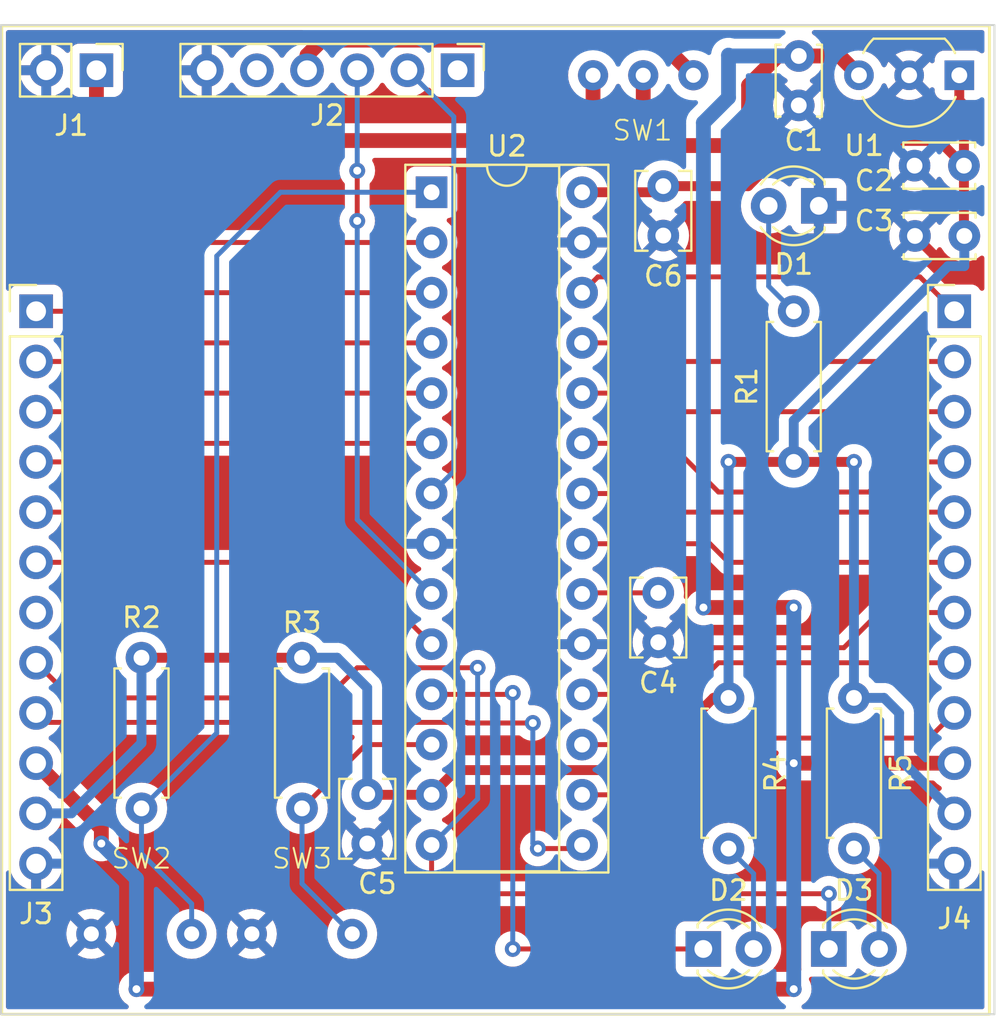
<source format=kicad_pcb>
(kicad_pcb (version 20221018) (generator pcbnew)
  (layers (0 "F.Cu" signal) (31 "B.Cu" signal) (34 "B.Paste" user) (35 "F.Paste" user) (36 "B.SilkS" user "B.Silkscreen") (37 "F.SilkS" user "F.Silkscreen") (38 "B.Mask" user) (39 "F.Mask" user) (44 "Edge.Cuts" user))
  (net 0 "")
  (net 1 "/VIN")
  (net 2 "GND")
  (net 3 "+3.3V")
  (net 4 "Net-(U2-VCAP)")
  (net 5 "Net-(D1-A)")
  (net 6 "/GREEN")
  (net 7 "Net-(D2-A)")
  (net 8 "/YELLOW")
  (net 9 "Net-(D3-A)")
  (net 10 "Net-(J1-Pin_1)")
  (net 12 "/TX")
  (net 13 "/RX")
  (net 14 "Net-(J2-Pin_4)")
  (net 16 "/RA0")
  (net 17 "/RA1")
  (net 18 "/RB0")
  (net 19 "/RB1")
  (net 20 "/RB2")
  (net 21 "/RA3")
  (net 22 "/RB6")
  (net 23 "/RB15")
  (net 24 "/RB14")
  (net 25 "/RB13")
  (net 26 "/RB12")
  (net 27 "/RB11")
  (net 28 "/RB10")
  (net 29 "/RB9")
  (net 30 "/RB8")
  (net 31 "/RB7")
  (net 32 "/~{MCLR}")
  (net 33 "/USER")
  (footprint "Connector_PinHeader_2.54mm:PinHeader_1x12_P2.54mm_Vertical" (layer "F.Cu") (at 150.114 65.024)
    (fp_text reference "J4" (at 0 30.734) (layer "F.SilkS"))
    (fp_text value "RIGHT")
    (fp_line (start -1.33 -1.33) (end 0 -1.33) (stroke (width 0.12)) (layer "F.SilkS"))
    (fp_line (start -1.33 0) (end -1.33 -1.33) (stroke (width 0.12)) (layer "F.SilkS"))
    (fp_line (start -1.33 1.27) (end -1.33 29.27) (stroke (width 0.12)) (layer "F.SilkS"))
    (fp_line (start -1.33 1.27) (end 1.33 1.27) (stroke (width 0.12)) (layer "F.SilkS"))
    (fp_line (start -1.33 29.27) (end 1.33 29.27) (stroke (width 0.12)) (layer "F.SilkS"))
    (fp_line (start 1.33 1.27) (end 1.33 29.27) (stroke (width 0.12)) (layer "F.SilkS"))
    (pad "1" thru_hole rect (at 0 0) (size 1.7 1.7) (drill 1) (layers "*.Cu" "*.Mask") (net 23 "/RB15"))
    (pad "2" thru_hole oval (at 0 2.54) (size 1.7 1.7) (drill 1) (layers "*.Cu" "*.Mask") (net 24 "/RB14"))
    (pad "3" thru_hole oval (at 0 5.08) (size 1.7 1.7) (drill 1) (layers "*.Cu" "*.Mask") (net 25 "/RB13"))
    (pad "4" thru_hole oval (at 0 7.62) (size 1.7 1.7) (drill 1) (layers "*.Cu" "*.Mask") (net 26 "/RB12"))
    (pad "5" thru_hole oval (at 0 10.16) (size 1.7 1.7) (drill 1) (layers "*.Cu" "*.Mask") (net 27 "/RB11"))
    (pad "6" thru_hole oval (at 0 12.7) (size 1.7 1.7) (drill 1) (layers "*.Cu" "*.Mask") (net 28 "/RB10"))
    (pad "7" thru_hole oval (at 0 15.24) (size 1.7 1.7) (drill 1) (layers "*.Cu" "*.Mask") (net 29 "/RB9"))
    (pad "8" thru_hole oval (at 0 17.78) (size 1.7 1.7) (drill 1) (layers "*.Cu" "*.Mask") (net 30 "/RB8"))
    (pad "9" thru_hole oval (at 0 20.32) (size 1.7 1.7) (drill 1) (layers "*.Cu" "*.Mask") (net 31 "/RB7"))
    (pad "10" thru_hole oval (at 0 22.86) (size 1.7 1.7) (drill 1) (layers "*.Cu" "*.Mask") (net 1 "/VIN"))
    (pad "11" thru_hole oval (at 0 25.4) (size 1.7 1.7) (drill 1) (layers "*.Cu" "*.Mask") (net 3 "+3.3V"))
    (pad "12" thru_hole oval (at 0 27.94) (size 1.7 1.7) (drill 1) (layers "*.Cu" "*.Mask") (net 2 "GND"))
  )
  (footprint "LED_THT:LED_D3.0mm" (layer "F.Cu") (at 143.256 59.69 180)
    (fp_text reference "D1" (at 1.27 -2.96) (layer "F.SilkS"))
    (fp_text value "POWER")
    (fp_line (start -0.29 -1.236) (end -0.29 -1.08) (stroke (width 0.12)) (layer "F.SilkS"))
    (fp_line (start -0.29 1.08) (end -0.29 1.236) (stroke (width 0.12)) (layer "F.SilkS"))
    (fp_arc (start -0.29 -1.235516) (mid 1.366487 -1.987659) (end 2.942335 -1.078608) (stroke (width 0.12)) (layer "F.SilkS"))
    (fp_arc (start 0.229039 -1.08) (mid 1.270117 -1.5) (end 2.31113 -1.079837) (stroke (width 0.12)) (layer "F.SilkS"))
    (fp_arc (start 2.31113 1.079837) (mid 1.270117 1.5) (end 0.229039 1.08) (stroke (width 0.12)) (layer "F.SilkS"))
    (fp_arc (start 2.942335 1.078608) (mid 1.366487 1.987659) (end -0.29 1.235516) (stroke (width 0.12)) (layer "F.SilkS"))
    (pad "1" thru_hole rect (at 0 0 180) (size 1.8 1.8) (drill 0.9) (layers "*.Cu" "*.Mask") (net 2 "GND"))
    (pad "2" thru_hole circle (at 2.54 0 180) (size 1.8 1.8) (drill 0.9) (layers "*.Cu" "*.Mask") (net 5 "Net-(D1-A)"))
  )
  (footprint "Capacitor_THT:C_Disc_D3.8mm_W2.6mm_P2.50mm" (layer "F.Cu") (at 135.128 81.768 90)
    (fp_text reference "C4" (at -2.052 0 180) (layer "F.SilkS"))
    (fp_text value "10 uF")
    (fp_line (start -0.77 -1.42) (end -0.77 -0.795) (stroke (width 0.12)) (layer "F.SilkS"))
    (fp_line (start -0.77 -1.42) (end 3.27 -1.42) (stroke (width 0.12)) (layer "F.SilkS"))
    (fp_line (start -0.77 0.795) (end -0.77 1.42) (stroke (width 0.12)) (layer "F.SilkS"))
    (fp_line (start -0.77 1.42) (end 3.27 1.42) (stroke (width 0.12)) (layer "F.SilkS"))
    (fp_line (start 3.27 -1.42) (end 3.27 -0.795) (stroke (width 0.12)) (layer "F.SilkS"))
    (fp_line (start 3.27 0.795) (end 3.27 1.42) (stroke (width 0.12)) (layer "F.SilkS"))
    (pad "1" thru_hole circle (at 0 0 90) (size 1.6 1.6) (drill 0.8) (layers "*.Cu" "*.Mask") (net 2 "GND"))
    (pad "2" thru_hole circle (at 2.5 0 90) (size 1.6 1.6) (drill 0.8) (layers "*.Cu" "*.Mask") (net 4 "Net-(U2-VCAP)"))
  )
  (footprint "Package_TO_SOT_THT:TO-92_Inline_Wide" (layer "F.Cu") (at 150.368 53.086 180)
    (fp_text reference "U1" (at 4.826 -3.556) (layer "F.SilkS"))
    (fp_text value "AP7381-33V")
    (fp_line (start 0.74 1.85) (end 4.34 1.85) (stroke (width 0.12)) (layer "F.SilkS"))
    (fp_arc (start 0.1836 -1.098807) (mid 1.143021 -2.192817) (end 2.54 -2.6) (stroke (width 0.12)) (layer "F.SilkS"))
    (fp_arc (start 0.74 1.85) (mid 0.446097 1.509328) (end 0.215816 1.122795) (stroke (width 0.12)) (layer "F.SilkS"))
    (fp_arc (start 2.54 -2.6) (mid 3.936979 -2.192818) (end 4.8964 -1.098807) (stroke (width 0.12)) (layer "F.SilkS"))
    (fp_arc (start 4.864184 1.122795) (mid 4.633903 1.509328) (end 4.34 1.85) (stroke (width 0.12)) (layer "F.SilkS"))
    (pad "1" thru_hole rect (at 0 0 180) (size 1.5 1.5) (drill 0.8) (layers "*.Cu" "*.Mask") (net 3 "+3.3V"))
    (pad "2" thru_hole circle (at 2.54 0 180) (size 1.5 1.5) (drill 0.8) (layers "*.Cu" "*.Mask") (net 2 "GND"))
    (pad "3" thru_hole circle (at 5.08 0 180) (size 1.5 1.5) (drill 0.8) (layers "*.Cu" "*.Mask") (net 1 "/VIN"))
  )
  (footprint "Resistor_THT:R_Axial_DIN0207_L6.3mm_D2.5mm_P7.62mm_Horizontal" (layer "F.Cu") (at 145.034 84.582 -90)
    (fp_text reference "R5" (at 3.81 -2.37 90) (layer "F.SilkS"))
    (fp_text value "330")
    (fp_line (start 0.54 -1.37) (end 7.08 -1.37) (stroke (width 0.12)) (layer "F.SilkS"))
    (fp_line (start 0.54 -1.04) (end 0.54 -1.37) (stroke (width 0.12)) (layer "F.SilkS"))
    (fp_line (start 0.54 1.04) (end 0.54 1.37) (stroke (width 0.12)) (layer "F.SilkS"))
    (fp_line (start 0.54 1.37) (end 7.08 1.37) (stroke (width 0.12)) (layer "F.SilkS"))
    (fp_line (start 7.08 -1.37) (end 7.08 -1.04) (stroke (width 0.12)) (layer "F.SilkS"))
    (fp_line (start 7.08 1.37) (end 7.08 1.04) (stroke (width 0.12)) (layer "F.SilkS"))
    (pad "1" thru_hole circle (at 0 0 270) (size 1.6 1.6) (drill 0.8) (layers "*.Cu" "*.Mask") (net 3 "+3.3V"))
    (pad "2" thru_hole oval (at 7.62 0 270) (size 1.6 1.6) (drill 0.8) (layers "*.Cu" "*.Mask") (net 9 "Net-(D3-A)"))
  )
  (footprint "Resistor_THT:R_Axial_DIN0207_L6.3mm_D2.5mm_P7.62mm_Horizontal" (layer "F.Cu") (at 108.966 82.55 -90)
    (fp_text reference "R2" (at -2.032 0 -180) (layer "F.SilkS"))
    (fp_text value "10k")
    (fp_line (start 0.54 -1.37) (end 7.08 -1.37) (stroke (width 0.12)) (layer "F.SilkS"))
    (fp_line (start 0.54 -1.04) (end 0.54 -1.37) (stroke (width 0.12)) (layer "F.SilkS"))
    (fp_line (start 0.54 1.04) (end 0.54 1.37) (stroke (width 0.12)) (layer "F.SilkS"))
    (fp_line (start 0.54 1.37) (end 7.08 1.37) (stroke (width 0.12)) (layer "F.SilkS"))
    (fp_line (start 7.08 -1.37) (end 7.08 -1.04) (stroke (width 0.12)) (layer "F.SilkS"))
    (fp_line (start 7.08 1.37) (end 7.08 1.04) (stroke (width 0.12)) (layer "F.SilkS"))
    (pad "1" thru_hole circle (at 0 0 270) (size 1.6 1.6) (drill 0.8) (layers "*.Cu" "*.Mask") (net 3 "+3.3V"))
    (pad "2" thru_hole oval (at 7.62 0 270) (size 1.6 1.6) (drill 0.8) (layers "*.Cu" "*.Mask") (net 32 "/~{MCLR}"))
  )
  (footprint "Library:PUSH" (layer "F.Cu") (at 117.094 96.52)
    (fp_text reference "SW3" (at 0 -3.81 unlocked) (layer "F.SilkS") (effects (font (thickness 0.1))))
    (fp_text value "USER" hide)
    (pad "1" thru_hole circle (at -2.54 0) (size 1.524 1.524) (drill 0.762) (layers "*.Cu" "*.Mask") (net 2 "GND"))
    (pad "2" thru_hole circle (at 2.54 0) (size 1.524 1.524) (drill 0.762) (layers "*.Cu" "*.Mask") (net 33 "/USER"))
  )
  (footprint "Resistor_THT:R_Axial_DIN0207_L6.3mm_D2.5mm_P7.62mm_Horizontal" (layer "F.Cu") (at 141.986 72.644 90)
    (fp_text reference "R1" (at 3.81 -2.37 90) (layer "F.SilkS"))
    (fp_text value "330")
    (fp_line (start 0.54 -1.37) (end 7.08 -1.37) (stroke (width 0.12)) (layer "F.SilkS"))
    (fp_line (start 0.54 -1.04) (end 0.54 -1.37) (stroke (width 0.12)) (layer "F.SilkS"))
    (fp_line (start 0.54 1.04) (end 0.54 1.37) (stroke (width 0.12)) (layer "F.SilkS"))
    (fp_line (start 0.54 1.37) (end 7.08 1.37) (stroke (width 0.12)) (layer "F.SilkS"))
    (fp_line (start 7.08 -1.37) (end 7.08 -1.04) (stroke (width 0.12)) (layer "F.SilkS"))
    (fp_line (start 7.08 1.37) (end 7.08 1.04) (stroke (width 0.12)) (layer "F.SilkS"))
    (pad "1" thru_hole circle (at 0 0 90) (size 1.6 1.6) (drill 0.8) (layers "*.Cu" "*.Mask") (net 3 "+3.3V"))
    (pad "2" thru_hole oval (at 7.62 0 90) (size 1.6 1.6) (drill 0.8) (layers "*.Cu" "*.Mask") (net 5 "Net-(D1-A)"))
  )
  (footprint "Package_DIP:DIP-28_W7.62mm_Socket" (layer "F.Cu") (at 123.652 59.004)
    (fp_text reference "U2" (at 3.81 -2.33) (layer "F.SilkS"))
    (fp_text value "~")
    (fp_line (start -1.33 -1.39) (end -1.33 34.41) (stroke (width 0.12)) (layer "F.SilkS"))
    (fp_line (start -1.33 34.41) (end 8.95 34.41) (stroke (width 0.12)) (layer "F.SilkS"))
    (fp_line (start 1.16 -1.33) (end 1.16 34.35) (stroke (width 0.12)) (layer "F.SilkS"))
    (fp_line (start 1.16 34.35) (end 6.46 34.35) (stroke (width 0.12)) (layer "F.SilkS"))
    (fp_line (start 2.81 -1.33) (end 1.16 -1.33) (stroke (width 0.12)) (layer "F.SilkS"))
    (fp_line (start 6.46 -1.33) (end 4.81 -1.33) (stroke (width 0.12)) (layer "F.SilkS"))
    (fp_line (start 6.46 34.35) (end 6.46 -1.33) (stroke (width 0.12)) (layer "F.SilkS"))
    (fp_line (start 8.95 -1.39) (end -1.33 -1.39) (stroke (width 0.12)) (layer "F.SilkS"))
    (fp_line (start 8.95 34.41) (end 8.95 -1.39) (stroke (width 0.12)) (layer "F.SilkS"))
    (fp_arc (start 4.81 -1.33) (mid 3.81 -0.33) (end 2.81 -1.33) (stroke (width 0.12)) (layer "F.SilkS"))
    (pad "1" thru_hole rect (at 0 0) (size 1.6 1.6) (drill 0.8) (layers "*.Cu" "*.Mask") (net 32 "/~{MCLR}"))
    (pad "2" thru_hole oval (at 0 2.54) (size 1.6 1.6) (drill 0.8) (layers "*.Cu" "*.Mask") (net 16 "/RA0"))
    (pad "3" thru_hole oval (at 0 5.08) (size 1.6 1.6) (drill 0.8) (layers "*.Cu" "*.Mask") (net 17 "/RA1"))
    (pad "4" thru_hole oval (at 0 7.62) (size 1.6 1.6) (drill 0.8) (layers "*.Cu" "*.Mask") (net 18 "/RB0"))
    (pad "5" thru_hole oval (at 0 10.16) (size 1.6 1.6) (drill 0.8) (layers "*.Cu" "*.Mask") (net 19 "/RB1"))
    (pad "6" thru_hole oval (at 0 12.7) (size 1.6 1.6) (drill 0.8) (layers "*.Cu" "*.Mask") (net 20 "/RB2"))
    (pad "7" thru_hole oval (at 0 15.24) (size 1.6 1.6) (drill 0.8) (layers "*.Cu" "*.Mask") (net 12 "/TX"))
    (pad "8" thru_hole oval (at 0 17.78) (size 1.6 1.6) (drill 0.8) (layers "*.Cu" "*.Mask") (net 2 "GND"))
    (pad "9" thru_hole oval (at 0 20.32) (size 1.6 1.6) (drill 0.8) (layers "*.Cu" "*.Mask") (net 13 "/RX"))
    (pad "10" thru_hole oval (at 0 22.86) (size 1.6 1.6) (drill 0.8) (layers "*.Cu" "*.Mask") (net 21 "/RA3"))
    (pad "11" thru_hole oval (at 0 25.4) (size 1.6 1.6) (drill 0.8) (layers "*.Cu" "*.Mask") (net 6 "/GREEN"))
    (pad "12" thru_hole oval (at 0 27.94) (size 1.6 1.6) (drill 0.8) (layers "*.Cu" "*.Mask") (net 33 "/USER"))
    (pad "13" thru_hole oval (at 0 30.48) (size 1.6 1.6) (drill 0.8) (layers "*.Cu" "*.Mask") (net 3 "+3.3V"))
    (pad "14" thru_hole oval (at 0 33.02) (size 1.6 1.6) (drill 0.8) (layers "*.Cu" "*.Mask") (net 8 "/YELLOW"))
    (pad "15" thru_hole oval (at 7.62 33.02) (size 1.6 1.6) (drill 0.8) (layers "*.Cu" "*.Mask") (net 22 "/RB6"))
    (pad "16" thru_hole oval (at 7.62 30.48) (size 1.6 1.6) (drill 0.8) (layers "*.Cu" "*.Mask") (net 31 "/RB7"))
    (pad "17" thru_hole oval (at 7.62 27.94) (size 1.6 1.6) (drill 0.8) (layers "*.Cu" "*.Mask") (net 30 "/RB8"))
    (pad "18" thru_hole oval (at 7.62 25.4) (size 1.6 1.6) (drill 0.8) (layers "*.Cu" "*.Mask") (net 29 "/RB9"))
    (pad "19" thru_hole oval (at 7.62 22.86) (size 1.6 1.6) (drill 0.8) (layers "*.Cu" "*.Mask") (net 2 "GND"))
    (pad "20" thru_hole oval (at 7.62 20.32) (size 1.6 1.6) (drill 0.8) (layers "*.Cu" "*.Mask") (net 4 "Net-(U2-VCAP)"))
    (pad "21" thru_hole oval (at 7.62 17.78) (size 1.6 1.6) (drill 0.8) (layers "*.Cu" "*.Mask") (net 28 "/RB10"))
    (pad "22" thru_hole oval (at 7.62 15.24) (size 1.6 1.6) (drill 0.8) (layers "*.Cu" "*.Mask") (net 27 "/RB11"))
    (pad "23" thru_hole oval (at 7.62 12.7) (size 1.6 1.6) (drill 0.8) (layers "*.Cu" "*.Mask") (net 26 "/RB12"))
    (pad "24" thru_hole oval (at 7.62 10.16) (size 1.6 1.6) (drill 0.8) (layers "*.Cu" "*.Mask") (net 25 "/RB13"))
    (pad "25" thru_hole oval (at 7.62 7.62) (size 1.6 1.6) (drill 0.8) (layers "*.Cu" "*.Mask") (net 24 "/RB14"))
    (pad "26" thru_hole oval (at 7.62 5.08) (size 1.6 1.6) (drill 0.8) (layers "*.Cu" "*.Mask") (net 23 "/RB15"))
    (pad "27" thru_hole oval (at 7.62 2.54) (size 1.6 1.6) (drill 0.8) (layers "*.Cu" "*.Mask") (net 2 "GND"))
    (pad "28" thru_hole oval (at 7.62 0) (size 1.6 1.6) (drill 0.8) (layers "*.Cu" "*.Mask") (net 3 "+3.3V"))
  )
  (footprint "LED_THT:LED_D3.0mm" (layer "F.Cu") (at 137.409 97.282)
    (fp_text reference "D2" (at 1.27 -2.96) (layer "F.SilkS"))
    (fp_text value "GREEN")
    (fp_line (start -0.29 -1.236) (end -0.29 -1.08) (stroke (width 0.12)) (layer "F.SilkS"))
    (fp_line (start -0.29 1.08) (end -0.29 1.236) (stroke (width 0.12)) (layer "F.SilkS"))
    (fp_arc (start -0.29 -1.235516) (mid 1.366487 -1.987659) (end 2.942335 -1.078608) (stroke (width 0.12)) (layer "F.SilkS"))
    (fp_arc (start 0.229039 -1.08) (mid 1.270117 -1.5) (end 2.31113 -1.079837) (stroke (width 0.12)) (layer "F.SilkS"))
    (fp_arc (start 2.31113 1.079837) (mid 1.270117 1.5) (end 0.229039 1.08) (stroke (width 0.12)) (layer "F.SilkS"))
    (fp_arc (start 2.942335 1.078608) (mid 1.366487 1.987659) (end -0.29 1.235516) (stroke (width 0.12)) (layer "F.SilkS"))
    (pad "1" thru_hole rect (at 0 0) (size 1.8 1.8) (drill 0.9) (layers "*.Cu" "*.Mask") (net 6 "/GREEN"))
    (pad "2" thru_hole circle (at 2.54 0) (size 1.8 1.8) (drill 0.9) (layers "*.Cu" "*.Mask") (net 7 "Net-(D2-A)"))
  )
  (footprint "Library:PUSH" (layer "F.Cu") (at 108.966 96.52)
    (fp_text reference "SW2" (at 0 -3.81 unlocked) (layer "F.SilkS") (effects (font (thickness 0.1))))
    (fp_text value "RESET" hide)
    (pad "1" thru_hole circle (at -2.54 0) (size 1.524 1.524) (drill 0.762) (layers "*.Cu" "*.Mask") (net 2 "GND"))
    (pad "2" thru_hole circle (at 2.54 0) (size 1.524 1.524) (drill 0.762) (layers "*.Cu" "*.Mask") (net 32 "/~{MCLR}"))
  )
  (footprint "Capacitor_THT:C_Disc_D3.8mm_W2.6mm_P2.50mm" (layer "F.Cu") (at 135.382 58.694 -90)
    (fp_text reference "C6" (at 4.552 0 -180) (layer "F.SilkS"))
    (fp_text value "0.1 uF")
    (fp_line (start -0.77 -1.42) (end -0.77 -0.795) (stroke (width 0.12)) (layer "F.SilkS"))
    (fp_line (start -0.77 -1.42) (end 3.27 -1.42) (stroke (width 0.12)) (layer "F.SilkS"))
    (fp_line (start -0.77 0.795) (end -0.77 1.42) (stroke (width 0.12)) (layer "F.SilkS"))
    (fp_line (start -0.77 1.42) (end 3.27 1.42) (stroke (width 0.12)) (layer "F.SilkS"))
    (fp_line (start 3.27 -1.42) (end 3.27 -0.795) (stroke (width 0.12)) (layer "F.SilkS"))
    (fp_line (start 3.27 0.795) (end 3.27 1.42) (stroke (width 0.12)) (layer "F.SilkS"))
    (pad "1" thru_hole circle (at 0 0 270) (size 1.6 1.6) (drill 0.8) (layers "*.Cu" "*.Mask") (net 3 "+3.3V"))
    (pad "2" thru_hole circle (at 2.5 0 270) (size 1.6 1.6) (drill 0.8) (layers "*.Cu" "*.Mask") (net 2 "GND"))
  )
  (footprint "Capacitor_THT:C_Disc_D3.4mm_W2.1mm_P2.50mm" (layer "F.Cu") (at 142.24 52.11 -90)
    (fp_text reference "C1" (at 4.278 -0.254 -180) (layer "F.SilkS"))
    (fp_text value "1 uF" hide)
    (fp_line (start -0.57 -1.17) (end -0.57 -0.925) (stroke (width 0.12)) (layer "F.SilkS"))
    (fp_line (start -0.57 -1.17) (end 3.07 -1.17) (stroke (width 0.12)) (layer "F.SilkS"))
    (fp_line (start -0.57 0.925) (end -0.57 1.17) (stroke (width 0.12)) (layer "F.SilkS"))
    (fp_line (start -0.57 1.17) (end 3.07 1.17) (stroke (width 0.12)) (layer "F.SilkS"))
    (fp_line (start 3.07 -1.17) (end 3.07 -0.925) (stroke (width 0.12)) (layer "F.SilkS"))
    (fp_line (start 3.07 0.925) (end 3.07 1.17) (stroke (width 0.12)) (layer "F.SilkS"))
    (pad "1" thru_hole circle (at 0 0 270) (size 1.6 1.6) (drill 0.8) (layers "*.Cu" "*.Mask") (net 1 "/VIN"))
    (pad "2" thru_hole circle (at 2.5 0 270) (size 1.6 1.6) (drill 0.8) (layers "*.Cu" "*.Mask") (net 2 "GND"))
  )
  (footprint "Resistor_THT:R_Axial_DIN0207_L6.3mm_D2.5mm_P7.62mm_Horizontal" (layer "F.Cu") (at 117.094 82.55 -90)
    (fp_text reference "R3" (at -1.778 0 -180) (layer "F.SilkS"))
    (fp_text value "10k")
    (fp_line (start 0.54 -1.37) (end 7.08 -1.37) (stroke (width 0.12)) (layer "F.SilkS"))
    (fp_line (start 0.54 -1.04) (end 0.54 -1.37) (stroke (width 0.12)) (layer "F.SilkS"))
    (fp_line (start 0.54 1.04) (end 0.54 1.37) (stroke (width 0.12)) (layer "F.SilkS"))
    (fp_line (start 0.54 1.37) (end 7.08 1.37) (stroke (width 0.12)) (layer "F.SilkS"))
    (fp_line (start 7.08 -1.37) (end 7.08 -1.04) (stroke (width 0.12)) (layer "F.SilkS"))
    (fp_line (start 7.08 1.37) (end 7.08 1.04) (stroke (width 0.12)) (layer "F.SilkS"))
    (pad "1" thru_hole circle (at 0 0 270) (size 1.6 1.6) (drill 0.8) (layers "*.Cu" "*.Mask") (net 3 "+3.3V"))
    (pad "2" thru_hole oval (at 7.62 0 270) (size 1.6 1.6) (drill 0.8) (layers "*.Cu" "*.Mask") (net 33 "/USER"))
  )
  (footprint "Capacitor_THT:C_Disc_D3.4mm_W2.1mm_P2.50mm" (layer "F.Cu") (at 150.602 57.658 180)
    (fp_text reference "C2" (at 4.552 -0.762) (layer "F.SilkS"))
    (fp_text value "1 uF" hide)
    (fp_line (start -0.57 -1.17) (end -0.57 -0.925) (stroke (width 0.12)) (layer "F.SilkS"))
    (fp_line (start -0.57 -1.17) (end 3.07 -1.17) (stroke (width 0.12)) (layer "F.SilkS"))
    (fp_line (start -0.57 0.925) (end -0.57 1.17) (stroke (width 0.12)) (layer "F.SilkS"))
    (fp_line (start -0.57 1.17) (end 3.07 1.17) (stroke (width 0.12)) (layer "F.SilkS"))
    (fp_line (start 3.07 -1.17) (end 3.07 -0.925) (stroke (width 0.12)) (layer "F.SilkS"))
    (fp_line (start 3.07 0.925) (end 3.07 1.17) (stroke (width 0.12)) (layer "F.SilkS"))
    (pad "1" thru_hole circle (at 0 0 180) (size 1.6 1.6) (drill 0.8) (layers "*.Cu" "*.Mask") (net 3 "+3.3V"))
    (pad "2" thru_hole circle (at 2.5 0 180) (size 1.6 1.6) (drill 0.8) (layers "*.Cu" "*.Mask") (net 2 "GND"))
  )
  (footprint "LED_THT:LED_D3.0mm" (layer "F.Cu") (at 143.764 97.282)
    (fp_text reference "D3" (at 1.27 -2.96) (layer "F.SilkS"))
    (fp_text value "YELLOW")
    (fp_line (start -0.29 -1.236) (end -0.29 -1.08) (stroke (width 0.12)) (layer "F.SilkS"))
    (fp_line (start -0.29 1.08) (end -0.29 1.236) (stroke (width 0.12)) (layer "F.SilkS"))
    (fp_arc (start -0.29 -1.235516) (mid 1.366487 -1.987659) (end 2.942335 -1.078608) (stroke (width 0.12)) (layer "F.SilkS"))
    (fp_arc (start 0.229039 -1.08) (mid 1.270117 -1.5) (end 2.31113 -1.079837) (stroke (width 0.12)) (layer "F.SilkS"))
    (fp_arc (start 2.31113 1.079837) (mid 1.270117 1.5) (end 0.229039 1.08) (stroke (width 0.12)) (layer "F.SilkS"))
    (fp_arc (start 2.942335 1.078608) (mid 1.366487 1.987659) (end -0.29 1.235516) (stroke (width 0.12)) (layer "F.SilkS"))
    (pad "1" thru_hole rect (at 0 0) (size 1.8 1.8) (drill 0.9) (layers "*.Cu" "*.Mask") (net 8 "/YELLOW"))
    (pad "2" thru_hole circle (at 2.54 0) (size 1.8 1.8) (drill 0.9) (layers "*.Cu" "*.Mask") (net 9 "Net-(D3-A)"))
  )
  (footprint "Capacitor_THT:C_Disc_D3.8mm_W2.6mm_P2.50mm" (layer "F.Cu") (at 120.396 91.948 90)
    (fp_text reference "C5" (at -2.032 0.508 180) (layer "F.SilkS"))
    (fp_text value "0.1 uF")
    (fp_line (start -0.77 -1.42) (end -0.77 -0.795) (stroke (width 0.12)) (layer "F.SilkS"))
    (fp_line (start -0.77 -1.42) (end 3.27 -1.42) (stroke (width 0.12)) (layer "F.SilkS"))
    (fp_line (start -0.77 0.795) (end -0.77 1.42) (stroke (width 0.12)) (layer "F.SilkS"))
    (fp_line (start -0.77 1.42) (end 3.27 1.42) (stroke (width 0.12)) (layer "F.SilkS"))
    (fp_line (start 3.27 -1.42) (end 3.27 -0.795) (stroke (width 0.12)) (layer "F.SilkS"))
    (fp_line (start 3.27 0.795) (end 3.27 1.42) (stroke (width 0.12)) (layer "F.SilkS"))
    (pad "1" thru_hole circle (at 0 0 90) (size 1.6 1.6) (drill 0.8) (layers "*.Cu" "*.Mask") (net 2 "GND"))
    (pad "2" thru_hole circle (at 2.5 0 90) (size 1.6 1.6) (drill 0.8) (layers "*.Cu" "*.Mask") (net 3 "+3.3V"))
  )
  (footprint "Resistor_THT:R_Axial_DIN0207_L6.3mm_D2.5mm_P7.62mm_Horizontal" (layer "F.Cu") (at 138.684 84.582 -90)
    (fp_text reference "R4" (at 3.81 -2.37 90) (layer "F.SilkS"))
    (fp_text value "330")
    (fp_line (start 0.54 -1.37) (end 7.08 -1.37) (stroke (width 0.12)) (layer "F.SilkS"))
    (fp_line (start 0.54 -1.04) (end 0.54 -1.37) (stroke (width 0.12)) (layer "F.SilkS"))
    (fp_line (start 0.54 1.04) (end 0.54 1.37) (stroke (width 0.12)) (layer "F.SilkS"))
    (fp_line (start 0.54 1.37) (end 7.08 1.37) (stroke (width 0.12)) (layer "F.SilkS"))
    (fp_line (start 7.08 -1.37) (end 7.08 -1.04) (stroke (width 0.12)) (layer "F.SilkS"))
    (fp_line (start 7.08 1.37) (end 7.08 1.04) (stroke (width 0.12)) (layer "F.SilkS"))
    (pad "1" thru_hole circle (at 0 0 270) (size 1.6 1.6) (drill 0.8) (layers "*.Cu" "*.Mask") (net 3 "+3.3V"))
    (pad "2" thru_hole oval (at 7.62 0 270) (size 1.6 1.6) (drill 0.8) (layers "*.Cu" "*.Mask") (net 7 "Net-(D2-A)"))
  )
  (footprint "Connector_PinHeader_2.54mm:PinHeader_1x02_P2.54mm_Vertical" (layer "F.Cu") (at 106.685 52.832 -90)
    (fp_text reference "J1" (at 2.794 1.275 -180) (layer "F.SilkS"))
    (fp_text value "BATTERY" hide)
    (fp_line (start -1.33 -1.33) (end 0 -1.33) (stroke (width 0.12)) (layer "F.SilkS"))
    (fp_line (start -1.33 0) (end -1.33 -1.33) (stroke (width 0.12)) (layer "F.SilkS"))
    (fp_line (start -1.33 1.27) (end -1.33 3.87) (stroke (width 0.12)) (layer "F.SilkS"))
    (fp_line (start -1.33 1.27) (end 1.33 1.27) (stroke (width 0.12)) (layer "F.SilkS"))
    (fp_line (start -1.33 3.87) (end 1.33 3.87) (stroke (width 0.12)) (layer "F.SilkS"))
    (fp_line (start 1.33 1.27) (end 1.33 3.87) (stroke (width 0.12)) (layer "F.SilkS"))
    (pad "1" thru_hole rect (at 0 0 270) (size 1.7 1.7) (drill 1) (layers "*.Cu" "*.Mask") (net 10 "Net-(J1-Pin_1)"))
    (pad "2" thru_hole oval (at 0 2.54 270) (size 1.7 1.7) (drill 1) (layers "*.Cu" "*.Mask") (net 2 "GND"))
  )
  (footprint "Connector_PinHeader_2.54mm:PinHeader_1x06_P2.54mm_Vertical" (layer "F.Cu") (at 124.968 52.832 -90)
    (fp_text reference "J2" (at 2.286 6.604 -180) (layer "F.SilkS"))
    (fp_text value "CP2102N")
    (fp_line (start -1.33 -1.33) (end 0 -1.33) (stroke (width 0.12)) (layer "F.SilkS"))
    (fp_line (start -1.33 0) (end -1.33 -1.33) (stroke (width 0.12)) (layer "F.SilkS"))
    (fp_line (start -1.33 1.27) (end -1.33 14.03) (stroke (width 0.12)) (layer "F.SilkS"))
    (fp_line (start -1.33 1.27) (end 1.33 1.27) (stroke (width 0.12)) (layer "F.SilkS"))
    (fp_line (start -1.33 14.03) (end 1.33 14.03) (stroke (width 0.12)) (layer "F.SilkS"))
    (fp_line (start 1.33 1.27) (end 1.33 14.03) (stroke (width 0.12)) (layer "F.SilkS"))
    (pad "1" thru_hole rect (at 0 0 270) (size 1.7 1.7) (drill 1) (layers "*.Cu" "*.Mask"))
    (pad "2" thru_hole oval (at 0 2.54 270) (size 1.7 1.7) (drill 1) (layers "*.Cu" "*.Mask") (net 12 "/TX"))
    (pad "3" thru_hole oval (at 0 5.08 270) (size 1.7 1.7) (drill 1) (layers "*.Cu" "*.Mask") (net 13 "/RX"))
    (pad "4" thru_hole oval (at 0 7.62 270) (size 1.7 1.7) (drill 1) (layers "*.Cu" "*.Mask") (net 14 "Net-(J2-Pin_4)"))
    (pad "5" thru_hole oval (at 0 10.16 270) (size 1.7 1.7) (drill 1) (layers "*.Cu" "*.Mask"))
    (pad "6" thru_hole oval (at 0 12.7 270) (size 1.7 1.7) (drill 1) (layers "*.Cu" "*.Mask") (net 2 "GND"))
  )
  (footprint "Capacitor_THT:C_Disc_D3.4mm_W2.1mm_P2.50mm" (layer "F.Cu") (at 150.622 61.214 180)
    (fp_text reference "C3" (at 4.572 0.762) (layer "F.SilkS"))
    (fp_text value "1 uF" hide)
    (fp_line (start -0.57 -1.17) (end -0.57 -0.925) (stroke (width 0.12)) (layer "F.SilkS"))
    (fp_line (start -0.57 -1.17) (end 3.07 -1.17) (stroke (width 0.12)) (layer "F.SilkS"))
    (fp_line (start -0.57 0.925) (end -0.57 1.17) (stroke (width 0.12)) (layer "F.SilkS"))
    (fp_line (start -0.57 1.17) (end 3.07 1.17) (stroke (width 0.12)) (layer "F.SilkS"))
    (fp_line (start 3.07 -1.17) (end 3.07 -0.925) (stroke (width 0.12)) (layer "F.SilkS"))
    (fp_line (start 3.07 0.925) (end 3.07 1.17) (stroke (width 0.12)) (layer "F.SilkS"))
    (pad "1" thru_hole circle (at 0 0 180) (size 1.6 1.6) (drill 0.8) (layers "*.Cu" "*.Mask") (net 3 "+3.3V"))
    (pad "2" thru_hole circle (at 2.5 0 180) (size 1.6 1.6) (drill 0.8) (layers "*.Cu" "*.Mask") (net 2 "GND"))
  )
  (footprint "Library:SWITCH" (layer "F.Cu") (at 134.366 53.086 180)
    (fp_text reference "SW1" (at 0.035098 -2.794 unlocked) (layer "F.SilkS") (effects (font (thickness 0.1))))
    (fp_text value "POWER SELECT" hide)
    (pad "1" thru_hole circle (at -2.54 0 180) (size 1.524 1.524) (drill 0.762) (layers "*.Cu" "*.Mask") (net 14 "Net-(J2-Pin_4)"))
    (pad "2" thru_hole circle (at 0 0 180) (size 1.524 1.524) (drill 0.762) (layers "*.Cu" "*.Mask") (net 1 "/VIN"))
    (pad "3" thru_hole circle (at 2.54 0 180) (size 1.524 1.524) (drill 0.762) (layers "*.Cu" "*.Mask") (net 10 "Net-(J1-Pin_1)"))
  )
  (footprint "Connector_PinHeader_2.54mm:PinHeader_1x12_P2.54mm_Vertical" (layer "F.Cu") (at 103.632 65.024)
    (fp_text reference "J3" (at 0 30.48) (layer "F.SilkS"))
    (fp_text value "LEFT")
    (fp_line (start -1.33 -1.33) (end 0 -1.33) (stroke (width 0.12)) (layer "F.SilkS"))
    (fp_line (start -1.33 0) (end -1.33 -1.33) (stroke (width 0.12)) (layer "F.SilkS"))
    (fp_line (start -1.33 1.27) (end -1.33 29.27) (stroke (width 0.12)) (layer "F.SilkS"))
    (fp_line (start -1.33 1.27) (end 1.33 1.27) (stroke (width 0.12)) (layer "F.SilkS"))
    (fp_line (start -1.33 29.27) (end 1.33 29.27) (stroke (width 0.12)) (layer "F.SilkS"))
    (fp_line (start 1.33 1.27) (end 1.33 29.27) (stroke (width 0.12)) (layer "F.SilkS"))
    (pad "1" thru_hole rect (at 0 0) (size 1.7 1.7) (drill 1) (layers "*.Cu" "*.Mask") (net 16 "/RA0"))
    (pad "2" thru_hole oval (at 0 2.54) (size 1.7 1.7) (drill 1) (layers "*.Cu" "*.Mask") (net 17 "/RA1"))
    (pad "3" thru_hole oval (at 0 5.08) (size 1.7 1.7) (drill 1) (layers "*.Cu" "*.Mask") (net 18 "/RB0"))
    (pad "4" thru_hole oval (at 0 7.62) (size 1.7 1.7) (drill 1) (layers "*.Cu" "*.Mask") (net 19 "/RB1"))
    (pad "5" thru_hole oval (at 0 10.16) (size 1.7 1.7) (drill 1) (layers "*.Cu" "*.Mask") (net 20 "/RB2"))
    (pad "6" thru_hole oval (at 0 12.7) (size 1.7 1.7) (drill 1) (layers "*.Cu" "*.Mask") (net 21 "/RA3"))
    (pad "7" thru_hole oval (at 0 15.24) (size 1.7 1.7) (drill 1) (layers "*.Cu" "*.Mask") (net 6 "/GREEN"))
    (pad "8" thru_hole oval (at 0 17.78) (size 1.7 1.7) (drill 1) (layers "*.Cu" "*.Mask") (net 8 "/YELLOW"))
    (pad "9" thru_hole oval (at 0 20.32) (size 1.7 1.7) (drill 1) (layers "*.Cu" "*.Mask") (net 22 "/RB6"))
    (pad "10" thru_hole oval (at 0 22.86) (size 1.7 1.7) (drill 1) (layers "*.Cu" "*.Mask") (net 1 "/VIN"))
    (pad "11" thru_hole oval (at 0 25.4) (size 1.7 1.7) (drill 1) (layers "*.Cu" "*.Mask") (net 3 "+3.3V"))
    (pad "12" thru_hole oval (at 0 27.94) (size 1.7 1.7) (drill 1) (layers "*.Cu" "*.Mask") (net 2 "GND"))
  )
  (gr_rect (start 101.892 50.584) (end 151.892 100.584) (stroke (width 0.15)) (fill none) (layer "F.SilkS"))
  (gr_rect (start 101.854 50.546) (end 152.146 100.584) (stroke (width 0.1)) (fill none) (layer "Edge.Cuts"))
  (segment (start 139.192 56.642) (end 139.7 56.134) (width 0.75) (layer "F.Cu") (net 1))
  (segment (start 139.7 53.594) (end 141.184 52.11) (width 0.75) (layer "F.Cu") (net 1))
  (segment (start 106.934 91.186) (end 106.934 91.948) (width 0.75) (layer "F.Cu") (net 1))
  (segment (start 134.366 55.626) (end 135.382 56.642) (width 0.75) (layer "F.Cu") (net 1))
  (segment (start 150.114 87.884) (end 141.986 87.884) (width 0.75) (layer "F.Cu") (net 1))
  (segment (start 141.184 52.11) (end 142.24 52.11) (width 0.75) (layer "F.Cu") (net 1))
  (segment (start 108.712 99.314) (end 141.986 99.314) (width 0.75) (layer "F.Cu") (net 1))
  (segment (start 139.7 56.134) (end 139.7 53.594) (width 0.75) (layer "F.Cu") (net 1))
  (segment (start 144.312 52.11) (end 145.288 53.086) (width 0.75) (layer "F.Cu") (net 1))
  (segment (start 142.24 52.11) (end 144.312 52.11) (width 0.75) (layer "F.Cu") (net 1))
  (segment (start 134.366 53.086) (end 134.366 55.626) (width 0.75) (layer "F.Cu") (net 1))
  (segment (start 135.382 56.642) (end 139.192 56.642) (width 0.75) (layer "F.Cu") (net 1))
  (segment (start 103.632 87.884) (end 106.934 91.186) (width 0.75) (layer "F.Cu") (net 1))
  (segment (start 141.986 80.01) (end 137.414 80.01) (width 0.75) (layer "F.Cu") (net 1))
  (via (at 141.986 99.314) (size 0.8) (drill 0.4) (layers "F.Cu" "B.Cu") (net 1))
  (via (at 108.712 99.314) (size 0.8) (drill 0.4) (layers "F.Cu" "B.Cu") (net 1))
  (via (at 106.934 91.948) (size 0.8) (drill 0.4) (layers "F.Cu" "B.Cu") (net 1))
  (via (at 141.986 80.01) (size 0.8) (drill 0.4) (layers "F.Cu" "B.Cu") (net 1))
  (via (at 141.986 87.884) (size 0.8) (drill 0.4) (layers "F.Cu" "B.Cu") (net 1))
  (via (at 137.414 80.01) (size 0.8) (drill 0.4) (layers "F.Cu" "B.Cu") (net 1))
  (segment (start 138.684 54.214804) (end 138.684 52.07) (width 0.75) (layer "B.Cu") (net 1))
  (segment (start 141.986 99.314) (end 141.986 87.884) (width 0.75) (layer "B.Cu") (net 1))
  (segment (start 108.712 93.726) (end 108.712 99.314) (width 0.75) (layer "B.Cu") (net 1))
  (segment (start 138.724 52.11) (end 142.24 52.11) (width 0.75) (layer "B.Cu") (net 1))
  (segment (start 137.414 80.01) (end 137.414 55.484804) (width 0.75) (layer "B.Cu") (net 1))
  (segment (start 106.934 91.948) (end 108.712 93.726) (width 0.75) (layer "B.Cu") (net 1))
  (segment (start 137.414 55.484804) (end 138.684 54.214804) (width 0.75) (layer "B.Cu") (net 1))
  (segment (start 141.986 87.884) (end 141.986 80.01) (width 0.75) (layer "B.Cu") (net 1))
  (segment (start 138.684 52.07) (end 138.724 52.11) (width 0.75) (layer "B.Cu") (net 1))
  (segment (start 150.602 54.63) (end 150.602 57.658) (width 0.5) (layer "F.Cu") (net 3))
  (segment (start 131.272 59.004) (end 135.072 59.004) (width 0.5) (layer "F.Cu") (net 3))
  (segment (start 150.622 54.61) (end 150.602 54.63) (width 0.5) (layer "F.Cu") (net 3))
  (segment (start 149.352 56.408) (end 150.602 57.658) (width 0.5) (layer "F.Cu") (net 3))
  (segment (start 120.432 89.484) (end 120.396 89.448) (width 0.5) (layer "F.Cu") (net 3))
  (segment (start 123.652 89.484) (end 120.432 89.484) (width 0.5) (layer "F.Cu") (net 3))
  (segment (start 135.382 58.694) (end 139.68 58.694) (width 0.5) (layer "F.Cu") (net 3))
  (segment (start 150.602 57.658) (end 150.602 61.194) (width 0.5) (layer "F.Cu") (net 3))
  (segment (start 124.902 88.234) (end 134.27 88.234) (width 0.5) (layer "F.Cu") (net 3))
  (segment (start 141.966 56.408) (end 149.352 56.408) (width 0.5) (layer "F.Cu") (net 3))
  (segment (start 123.652 89.484) (end 124.902 88.234) (width 0.5) (layer "F.Cu") (net 3))
  (segment (start 141.986 72.644) (end 145.034 72.644) (width 0.5) (layer "F.Cu") (net 3))
  (segment (start 150.602 61.194) (end 150.622 61.214) (width 0.5) (layer "F.Cu") (net 3))
  (segment (start 134.27 88.234) (end 137.922 84.582) (width 0.5) (layer "F.Cu") (net 3))
  (segment (start 141.986 72.644) (end 138.684 72.644) (width 0.5) (layer "F.Cu") (net 3))
  (segment (start 150.368 54.356) (end 150.622 54.61) (width 0.5) (layer "F.Cu") (net 3))
  (segment (start 139.68 58.694) (end 141.966 56.408) (width 0.5) (layer "F.Cu") (net 3))
  (segment (start 137.922 84.582) (end 138.684 84.582) (width 0.5) (layer "F.Cu") (net 3))
  (segment (start 135.072 59.004) (end 135.382 58.694) (width 0.5) (layer "F.Cu") (net 3))
  (segment (start 108.966 82.55) (end 117.094 82.55) (width 0.5) (layer "F.Cu") (net 3))
  (segment (start 150.368 53.086) (end 150.368 54.356) (width 0.5) (layer "F.Cu") (net 3))
  (via (at 145.034 72.644) (size 0.8) (drill 0.4) (layers "F.Cu" "B.Cu") (net 3))
  (via (at 138.684 72.644) (size 0.8) (drill 0.4) (layers "F.Cu" "B.Cu") (net 3))
  (segment (start 145.034 72.644) (end 145.034 84.582) (width 0.5) (layer "B.Cu") (net 3))
  (segment (start 108.966 86.868) (end 108.966 82.55) (width 0.5) (layer "B.Cu") (net 3))
  (segment (start 138.684 72.644) (end 138.684 84.582) (width 0.5) (layer "B.Cu") (net 3))
  (segment (start 141.986 70.552) (end 141.986 72.644) (width 0.5) (layer "B.Cu") (net 3))
  (segment (start 105.41 90.424) (end 108.966 86.868) (width 0.5) (layer "B.Cu") (net 3))
  (segment (start 147.32 87.63) (end 150.114 90.424) (width 0.5) (layer "B.Cu") (net 3))
  (segment (start 146.558 84.582) (end 147.32 85.344) (width 0.5) (layer "B.Cu") (net 3))
  (segment (start 117.094 82.55) (end 118.872 82.55) (width 0.5) (layer "B.Cu") (net 3))
  (segment (start 103.632 90.424) (end 105.41 90.424) (width 0.5) (layer "B.Cu") (net 3))
  (segment (start 150.622 62.738) (end 149.8 62.738) (width 0.5) (layer "B.Cu") (net 3))
  (segment (start 118.872 82.55) (end 120.396 84.074) (width 0.5) (layer "B.Cu") (net 3))
  (segment (start 120.396 84.074) (end 120.396 89.448) (width 0.5) (layer "B.Cu") (net 3))
  (segment (start 145.034 84.582) (end 146.558 84.582) (width 0.5) (layer "B.Cu") (net 3))
  (segment (start 149.8 62.738) (end 141.986 70.552) (width 0.5) (layer "B.Cu") (net 3))
  (segment (start 150.622 61.214) (end 150.622 62.738) (width 0.5) (layer "B.Cu") (net 3))
  (segment (start 147.32 85.344) (end 147.32 87.63) (width 0.5) (layer "B.Cu") (net 3))
  (segment (start 131.328 79.268) (end 131.272 79.324) (width 0.25) (layer "F.Cu") (net 4))
  (segment (start 135.128 79.268) (end 131.328 79.268) (width 0.25) (layer "F.Cu") (net 4))
  (segment (start 140.716 59.69) (end 140.716 63.754) (width 0.25) (layer "B.Cu") (net 5))
  (segment (start 140.716 63.754) (end 141.986 65.024) (width 0.25) (layer "B.Cu") (net 5))
  (segment (start 127.762 84.328) (end 127.686 84.404) (width 0.25) (layer "F.Cu") (net 6))
  (segment (start 127.686 84.404) (end 123.652 84.404) (width 0.25) (layer "F.Cu") (net 6))
  (segment (start 137.409 97.282) (end 127.762 97.282) (width 0.25) (layer "F.Cu") (net 6))
  (via (at 127.762 84.328) (size 0.8) (drill 0.4) (layers "F.Cu" "B.Cu") (net 6))
  (via (at 127.762 97.282) (size 0.8) (drill 0.4) (layers "F.Cu" "B.Cu") (net 6))
  (segment (start 127.762 97.282) (end 127.762 84.328) (width 0.25) (layer "B.Cu") (net 6))
  (segment (start 139.954 93.726) (end 139.949 93.731) (width 0.25) (layer "B.Cu") (net 7))
  (segment (start 139.954 93.472) (end 139.954 93.726) (width 0.25) (layer "B.Cu") (net 7))
  (segment (start 138.684 92.202) (end 139.954 93.472) (width 0.25) (layer "B.Cu") (net 7))
  (segment (start 139.949 93.731) (end 139.949 97.282) (width 0.25) (layer "B.Cu") (net 7))
  (segment (start 125.984 83.058) (end 119.888 83.058) (width 0.25) (layer "F.Cu") (net 8))
  (segment (start 123.652 93.426) (end 123.652 92.024) (width 0.25) (layer "F.Cu") (net 8))
  (segment (start 119.888 83.058) (end 118.364 84.582) (width 0.25) (layer "F.Cu") (net 8))
  (segment (start 118.364 84.582) (end 105.41 84.582) (width 0.25) (layer "F.Cu") (net 8))
  (segment (start 143.764 94.488) (end 124.714 94.488) (width 0.25) (layer "F.Cu") (net 8))
  (segment (start 105.41 84.582) (end 103.632 82.804) (width 0.25) (layer "F.Cu") (net 8))
  (segment (start 124.714 94.488) (end 123.652 93.426) (width 0.25) (layer "F.Cu") (net 8))
  (via (at 125.984 83.058) (size 0.8) (drill 0.4) (layers "F.Cu" "B.Cu") (net 8))
  (via (at 143.764 94.488) (size 0.8) (drill 0.4) (layers "F.Cu" "B.Cu") (net 8))
  (segment (start 125.984 89.692) (end 125.984 83.058) (width 0.25) (layer "B.Cu") (net 8))
  (segment (start 143.764 97.282) (end 143.764 94.488) (width 0.25) (layer "B.Cu") (net 8))
  (segment (start 123.652 92.024) (end 125.984 89.692) (width 0.25) (layer "B.Cu") (net 8))
  (segment (start 145.034 92.202) (end 146.304 93.472) (width 0.25) (layer "B.Cu") (net 9))
  (segment (start 146.304 93.472) (end 146.304 97.282) (width 0.25) (layer "B.Cu") (net 9))
  (segment (start 108.458 56.388) (end 131.318 56.388) (width 0.75) (layer "F.Cu") (net 10))
  (segment (start 131.318 56.388) (end 131.826 55.88) (width 0.75) (layer "F.Cu") (net 10))
  (segment (start 106.685 52.832) (end 106.685 54.615) (width 0.75) (layer "F.Cu") (net 10))
  (segment (start 131.826 55.88) (end 131.826 53.086) (width 0.75) (layer "F.Cu") (net 10))
  (segment (start 106.685 54.615) (end 108.458 56.388) (width 0.75) (layer "F.Cu") (net 10))
  (segment (start 124.777 73.119) (end 124.777 55.181) (width 0.25) (layer "B.Cu") (net 12))
  (segment (start 123.652 74.244) (end 124.777 73.119) (width 0.25) (layer "B.Cu") (net 12))
  (segment (start 124.777 55.181) (end 122.428 52.832) (width 0.25) (layer "B.Cu") (net 12))
  (segment (start 119.888 60.452) (end 119.888 57.912) (width 0.25) (layer "F.Cu") (net 13))
  (via (at 119.888 57.912) (size 0.8) (drill 0.4) (layers "F.Cu" "B.Cu") (net 13))
  (via (at 119.888 60.452) (size 0.8) (drill 0.4) (layers "F.Cu" "B.Cu") (net 13))
  (segment (start 123.652 79.324) (end 119.888 75.56) (width 0.25) (layer "B.Cu") (net 13))
  (segment (start 119.888 75.56) (end 119.888 60.452) (width 0.25) (layer "B.Cu") (net 13))
  (segment (start 119.888 57.912) (end 119.888 52.832) (width 0.25) (layer "B.Cu") (net 13))
  (segment (start 135.128 51.308) (end 118.11 51.308) (width 0.75) (layer "F.Cu") (net 14))
  (segment (start 118.11 51.308) (end 117.348 52.07) (width 0.75) (layer "F.Cu") (net 14))
  (segment (start 136.906 53.086) (end 135.128 51.308) (width 0.75) (layer "F.Cu") (net 14))
  (segment (start 117.348 52.07) (end 117.348 52.832) (width 0.75) (layer "F.Cu") (net 14))
  (segment (start 105.664 65.024) (end 103.632 65.024) (width 0.25) (layer "F.Cu") (net 16))
  (segment (start 109.144 61.544) (end 105.664 65.024) (width 0.25) (layer "F.Cu") (net 16))
  (segment (start 123.652 61.544) (end 109.144 61.544) (width 0.25) (layer "F.Cu") (net 16))
  (segment (start 123.652 64.084) (end 108.89 64.084) (width 0.25) (layer "F.Cu") (net 17))
  (segment (start 108.89 64.084) (end 105.41 67.564) (width 0.25) (layer "F.Cu") (net 17))
  (segment (start 105.41 67.564) (end 103.632 67.564) (width 0.25) (layer "F.Cu") (net 17))
  (segment (start 105.664 70.104) (end 103.632 70.104) (width 0.25) (layer "F.Cu") (net 18))
  (segment (start 123.652 66.624) (end 109.144 66.624) (width 0.25) (layer "F.Cu") (net 18))
  (segment (start 109.144 66.624) (end 105.664 70.104) (width 0.25) (layer "F.Cu") (net 18))
  (segment (start 105.918 72.644) (end 103.632 72.644) (width 0.25) (layer "F.Cu") (net 19))
  (segment (start 123.652 69.164) (end 109.398 69.164) (width 0.25) (layer "F.Cu") (net 19))
  (segment (start 109.398 69.164) (end 105.918 72.644) (width 0.25) (layer "F.Cu") (net 19))
  (segment (start 123.652 71.704) (end 109.398 71.704) (width 0.25) (layer "F.Cu") (net 20))
  (segment (start 109.398 71.704) (end 105.918 75.184) (width 0.25) (layer "F.Cu") (net 20))
  (segment (start 105.918 75.184) (end 103.632 75.184) (width 0.25) (layer "F.Cu") (net 20))
  (segment (start 119.512 77.724) (end 103.632 77.724) (width 0.25) (layer "F.Cu") (net 21))
  (segment (start 123.652 81.864) (end 119.512 77.724) (width 0.25) (layer "F.Cu") (net 21))
  (segment (start 104.107 85.819) (end 125.443 85.819) (width 0.25) (layer "F.Cu") (net 22))
  (segment (start 103.632 85.344) (end 104.107 85.819) (width 0.25) (layer "F.Cu") (net 22))
  (segment (start 125.476 85.852) (end 128.778 85.852) (width 0.25) (layer "F.Cu") (net 22))
  (segment (start 131.094 92.202) (end 131.272 92.024) (width 0.25) (layer "F.Cu") (net 22))
  (segment (start 129.032 92.202) (end 131.094 92.202) (width 0.25) (layer "F.Cu") (net 22))
  (segment (start 125.443 85.819) (end 125.476 85.852) (width 0.25) (layer "F.Cu") (net 22))
  (via (at 128.778 85.852) (size 0.8) (drill 0.4) (layers "F.Cu" "B.Cu") (net 22))
  (via (at 129.032 92.202) (size 0.8) (drill 0.4) (layers "F.Cu" "B.Cu") (net 22))
  (segment (start 128.778 85.852) (end 128.778 91.948) (width 0.25) (layer "B.Cu") (net 22))
  (segment (start 128.778 91.948) (end 129.032 92.202) (width 0.25) (layer "B.Cu") (net 22))
  (segment (start 131.272 64.084) (end 132.071999 63.284001) (width 0.25) (layer "F.Cu") (net 23))
  (segment (start 132.071999 63.284001) (end 148.374001 63.284001) (width 0.25) (layer "F.Cu") (net 23))
  (segment (start 148.374001 63.284001) (end 150.114 65.024) (width 0.25) (layer "F.Cu") (net 23))
  (segment (start 133.858 67.564) (end 150.114 67.564) (width 0.25) (layer "F.Cu") (net 24))
  (segment (start 131.272 66.624) (end 132.918 66.624) (width 0.25) (layer "F.Cu") (net 24))
  (segment (start 132.918 66.624) (end 133.858 67.564) (width 0.25) (layer "F.Cu") (net 24))
  (segment (start 133.858 70.104) (end 150.114 70.104) (width 0.25) (layer "F.Cu") (net 25))
  (segment (start 132.918 69.164) (end 133.858 70.104) (width 0.25) (layer "F.Cu") (net 25))
  (segment (start 131.272 69.164) (end 132.918 69.164) (width 0.25) (layer "F.Cu") (net 25))
  (segment (start 131.272 71.704) (end 135.712 71.704) (width 0.25) (layer "F.Cu") (net 26))
  (segment (start 147.32 72.644) (end 150.114 72.644) (width 0.25) (layer "F.Cu") (net 26))
  (segment (start 138.176 74.168) (end 145.796 74.168) (width 0.25) (layer "F.Cu") (net 26))
  (segment (start 135.712 71.704) (end 138.176 74.168) (width 0.25) (layer "F.Cu") (net 26))
  (segment (start 145.796 74.168) (end 147.32 72.644) (width 0.25) (layer "F.Cu") (net 26))
  (segment (start 134.188 74.244) (end 135.128 75.184) (width 0.25) (layer "F.Cu") (net 27))
  (segment (start 135.128 75.184) (end 150.114 75.184) (width 0.25) (layer "F.Cu") (net 27))
  (segment (start 131.272 74.244) (end 134.188 74.244) (width 0.25) (layer "F.Cu") (net 27))
  (segment (start 131.272 76.784) (end 137.744 76.784) (width 0.25) (layer "F.Cu") (net 28))
  (segment (start 137.744 76.784) (end 138.684 77.724) (width 0.25) (layer "F.Cu") (net 28))
  (segment (start 138.684 77.724) (end 150.114 77.724) (width 0.25) (layer "F.Cu") (net 28))
  (segment (start 135.56 84.404) (end 131.272 84.404) (width 0.25) (layer "F.Cu") (net 29))
  (segment (start 137.922 82.042) (end 135.56 84.404) (width 0.25) (layer "F.Cu") (net 29))
  (segment (start 150.114 80.264) (end 146.304 80.264) (width 0.25) (layer "F.Cu") (net 29))
  (segment (start 146.304 80.264) (end 144.526 82.042) (width 0.25) (layer "F.Cu") (net 29))
  (segment (start 144.526 82.042) (end 137.922 82.042) (width 0.25) (layer "F.Cu") (net 29))
  (segment (start 134.036 86.944) (end 138.176 82.804) (width 0.25) (layer "F.Cu") (net 30))
  (segment (start 138.176 82.804) (end 150.114 82.804) (width 0.25) (layer "F.Cu") (net 30))
  (segment (start 131.272 86.944) (end 134.036 86.944) (width 0.25) (layer "F.Cu") (net 30))
  (segment (start 148.844 86.614) (end 136.906 86.614) (width 0.25) (layer "F.Cu") (net 31))
  (segment (start 134.036 89.484) (end 131.272 89.484) (width 0.25) (layer "F.Cu") (net 31))
  (segment (start 136.906 86.614) (end 134.036 89.484) (width 0.25) (layer "F.Cu") (net 31))
  (segment (start 150.114 85.344) (end 148.844 86.614) (width 0.25) (layer "F.Cu") (net 31))
  (segment (start 108.966 92.456) (end 108.966 90.17) (width 0.25) (layer "B.Cu") (net 32))
  (segment (start 112.776 86.36) (end 112.776 62.23) (width 0.25) (layer "B.Cu") (net 32))
  (segment (start 111.506 94.996) (end 108.966 92.456) (width 0.25) (layer "B.Cu") (net 32))
  (segment (start 116.002 59.004) (end 123.652 59.004) (width 0.25) (layer "B.Cu") (net 32))
  (segment (start 112.776 62.23) (end 116.002 59.004) (width 0.25) (layer "B.Cu") (net 32))
  (segment (start 111.506 96.52) (end 111.506 94.996) (width 0.25) (layer "B.Cu") (net 32))
  (segment (start 108.966 90.17) (end 112.776 86.36) (width 0.25) (layer "B.Cu") (net 32))
  (segment (start 120.32 86.944) (end 117.094 90.17) (width 0.25) (layer "F.Cu") (net 33))
  (segment (start 123.652 86.944) (end 120.32 86.944) (width 0.25) (layer "F.Cu") (net 33))
  (segment (start 119.634 96.52) (end 117.094 93.98) (width 0.25) (layer "B.Cu") (net 33))
  (segment (start 117.094 93.98) (end 117.094 90.17) (width 0.25) (layer "B.Cu") (net 33))
  (zone (net 2) (net_name "GND") (layers "F&B.Cu") (connect_pads (clearance 0.5)) (min_thickness 0.25) (fill yes (thermal_gap 0.5) (thermal_bridge_width 0.5))
    (polygon (pts (xy 102.108 50.8) (xy 151.638 50.8) (xy 151.638 100.33) (xy 102.108 100.33)))
  )
)
</source>
